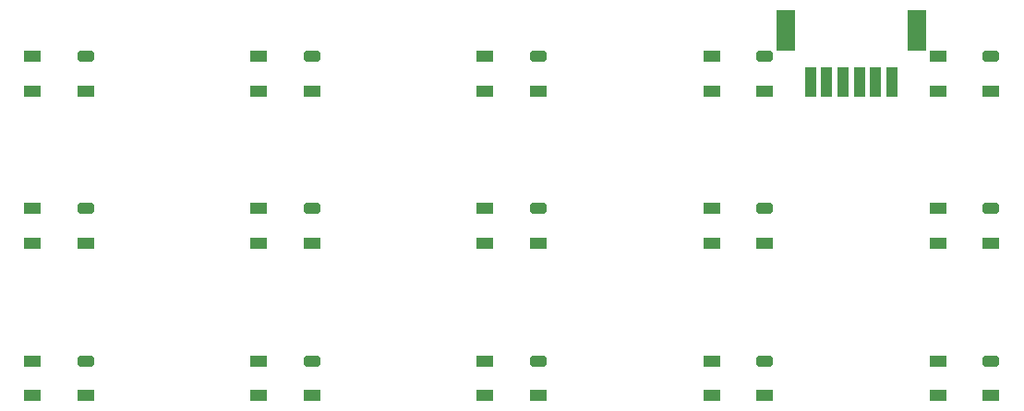
<source format=gbp>
G04*
G04 #@! TF.GenerationSoftware,Altium Limited,Altium Designer,21.4.1 (30)*
G04*
G04 Layer_Color=128*
%FSLAX44Y44*%
%MOMM*%
G71*
G04*
G04 #@! TF.SameCoordinates,2D50AE42-1DF2-48DA-B060-BAF50E4618A4*
G04*
G04*
G04 #@! TF.FilePolarity,Positive*
G04*
G01*
G75*
%ADD21R,1.8000X3.8000*%
%ADD22R,1.0000X2.7000*%
%ADD82R,1.5000X1.0000*%
G04:AMPARAMS|DCode=83|XSize=1.5mm|YSize=1mm|CornerRadius=0.25mm|HoleSize=0mm|Usage=FLASHONLY|Rotation=180.000|XOffset=0mm|YOffset=0mm|HoleType=Round|Shape=RoundedRectangle|*
%AMROUNDEDRECTD83*
21,1,1.5000,0.5000,0,0,180.0*
21,1,1.0000,1.0000,0,0,180.0*
1,1,0.5000,-0.5000,0.2500*
1,1,0.5000,0.5000,0.2500*
1,1,0.5000,0.5000,-0.2500*
1,1,0.5000,-0.5000,-0.2500*
%
%ADD83ROUNDEDRECTD83*%
D21*
X871121Y379595D02*
D03*
X751121D02*
D03*
D22*
X848621Y332595D02*
D03*
X833621D02*
D03*
X818621D02*
D03*
X803621D02*
D03*
X788621D02*
D03*
X773621D02*
D03*
D82*
X109500Y44000D02*
D03*
X60500D02*
D03*
Y76000D02*
D03*
X939500Y324000D02*
D03*
X890500D02*
D03*
Y356000D02*
D03*
X60500Y216000D02*
D03*
Y184000D02*
D03*
X109500D02*
D03*
X683000Y216000D02*
D03*
Y184000D02*
D03*
X732000D02*
D03*
X60500Y356000D02*
D03*
Y324000D02*
D03*
X109500D02*
D03*
X475500Y356000D02*
D03*
Y324000D02*
D03*
X524500D02*
D03*
X683000Y356000D02*
D03*
Y324000D02*
D03*
X732000D02*
D03*
X268000Y356000D02*
D03*
Y324000D02*
D03*
X317000D02*
D03*
X890500Y216000D02*
D03*
Y184000D02*
D03*
X939500D02*
D03*
X475500Y216000D02*
D03*
Y184000D02*
D03*
X524500D02*
D03*
X890500Y76000D02*
D03*
Y44000D02*
D03*
X939500D02*
D03*
X683000Y76000D02*
D03*
Y44000D02*
D03*
X732000D02*
D03*
X475500Y76000D02*
D03*
Y44000D02*
D03*
X524500D02*
D03*
X268000Y216000D02*
D03*
Y184000D02*
D03*
X317000D02*
D03*
X268000Y76000D02*
D03*
Y44000D02*
D03*
X317000D02*
D03*
D83*
X109500Y76000D02*
D03*
X939500Y356000D02*
D03*
X109500Y216000D02*
D03*
X732000D02*
D03*
X109500Y356000D02*
D03*
X524500D02*
D03*
X732000D02*
D03*
X317000D02*
D03*
X939500Y216000D02*
D03*
X524500D02*
D03*
X939500Y76000D02*
D03*
X732000D02*
D03*
X524500D02*
D03*
X317000Y216000D02*
D03*
Y76000D02*
D03*
M02*

</source>
